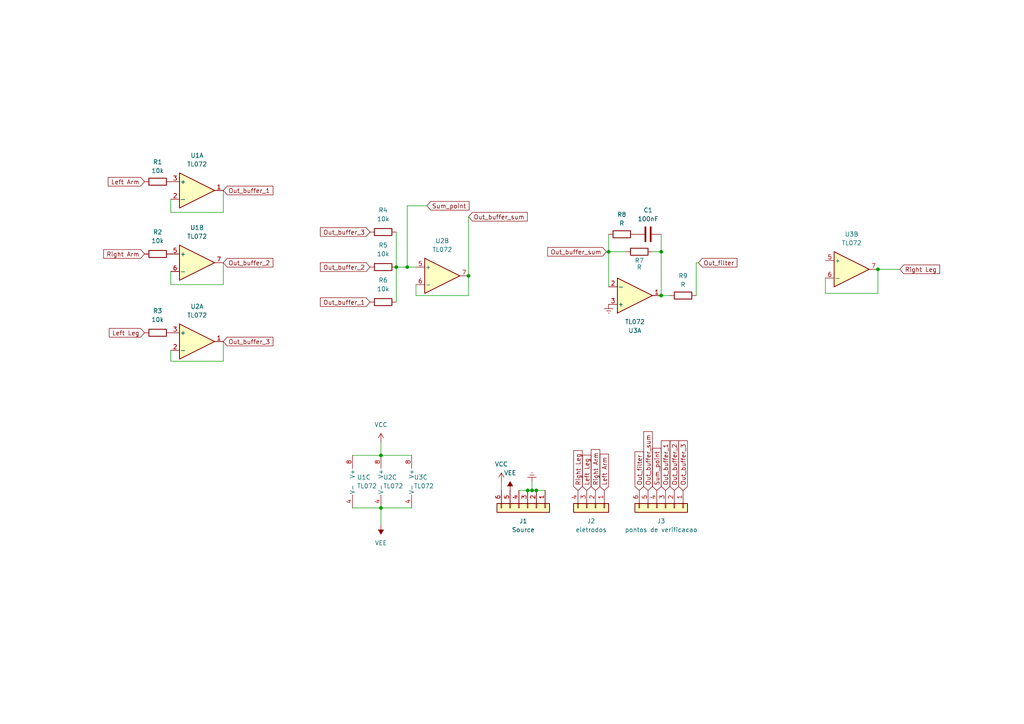
<source format=kicad_sch>
(kicad_sch (version 20230121) (generator eeschema)
  (paper "A4")
  (title_block (title "HeartLab") (date "2024-06-04") (rev "V01") (comment 1 "Gustavo Pinheiro"))
  (lib_symbols
    (symbol "Amplifier_Operational:TL072" (pin_names (offset 0.127))
      (property "Reference" "U" (at 0 5.08 0))
      (property "Value" "TL072" (at 0 -5.08 0))
      (symbol "TL072_1_1"
        (polyline (pts (xy -5.08 5.08) (xy 5.08 0) (xy -5.08 -5.08) (xy -5.08 5.08)) (stroke (width 0.254)) (fill (type background)))
        (pin output line (at 7.62 0 180) (length 2.54) (name "~") (number "1"))
        (pin input line (at -7.62 -2.54 0) (length 2.54) (name "-") (number "2"))
        (pin input line (at -7.62 2.54 0) (length 2.54) (name "+") (number "3"))
      )
      (symbol "TL072_2_1"
        (polyline (pts (xy -5.08 5.08) (xy 5.08 0) (xy -5.08 -5.08) (xy -5.08 5.08)) (stroke (width 0.254)) (fill (type background)))
        (pin input line (at -7.62 2.54 0) (length 2.54) (name "+") (number "5"))
        (pin input line (at -7.62 -2.54 0) (length 2.54) (name "-") (number "6"))
        (pin output line (at 7.62 0 180) (length 2.54) (name "~") (number "7"))
      )
      (symbol "TL072_3_1"
        (pin power_in line (at -2.54 -7.62 90) (length 3.81) (name "V-") (number "4"))
        (pin power_in line (at -2.54 7.62 270) (length 3.81) (name "V+") (number "8"))
      )
    )
    (symbol "Connector_Generic:Conn_01x04" (pin_names (offset 1.016) hide)
      (property "Reference" "J" (at 0 5.08 0))
      (property "Value" "Conn_01x04" (at 0 -7.62 0))
      (symbol "Conn_01x04_1_1"
        (rectangle (start -1.27 -4.953) (end 0 -5.207) (stroke (width 0.1524)))
        (rectangle (start -1.27 -2.413) (end 0 -2.667) (stroke (width 0.1524)))
        (rectangle (start -1.27 0.127) (end 0 -0.127) (stroke (width 0.1524)))
        (rectangle (start -1.27 2.667) (end 0 2.413) (stroke (width 0.1524)))
        (rectangle (start -1.27 3.81) (end 1.27 -6.35) (stroke (width 0.254)) (fill (type background)))
        (pin passive line (at -5.08 2.54 0) (length 3.81) (name "Pin_1") (number "1"))
        (pin passive line (at -5.08 0 0) (length 3.81) (name "Pin_2") (number "2"))
        (pin passive line (at -5.08 -2.54 0) (length 3.81) (name "Pin_3") (number "3"))
        (pin passive line (at -5.08 -5.08 0) (length 3.81) (name "Pin_4") (number "4"))
      )
    )
    (symbol "Connector_Generic:Conn_01x06" (pin_names (offset 1.016) hide)
      (property "Reference" "J" (at 0 7.62 0))
      (property "Value" "Conn_01x06" (at 0 -10.16 0))
      (symbol "Conn_01x06_1_1"
        (rectangle (start -1.27 -7.493) (end 0 -7.747) (stroke (width 0.1524)))
        (rectangle (start -1.27 -4.953) (end 0 -5.207) (stroke (width 0.1524)))
        (rectangle (start -1.27 -2.413) (end 0 -2.667) (stroke (width 0.1524)))
        (rectangle (start -1.27 0.127) (end 0 -0.127) (stroke (width 0.1524)))
        (rectangle (start -1.27 2.667) (end 0 2.413) (stroke (width 0.1524)))
        (rectangle (start -1.27 5.207) (end 0 4.953) (stroke (width 0.1524)))
        (rectangle (start -1.27 6.35) (end 1.27 -8.89) (stroke (width 0.254)) (fill (type background)))
        (pin passive line (at -5.08 5.08 0) (length 3.81) (name "Pin_1") (number "1"))
        (pin passive line (at -5.08 2.54 0) (length 3.81) (name "Pin_2") (number "2"))
        (pin passive line (at -5.08 0 0) (length 3.81) (name "Pin_3") (number "3"))
        (pin passive line (at -5.08 -2.54 0) (length 3.81) (name "Pin_4") (number "4"))
        (pin passive line (at -5.08 -5.08 0) (length 3.81) (name "Pin_5") (number "5"))
        (pin passive line (at -5.08 -7.62 0) (length 3.81) (name "Pin_6") (number "6"))
      )
    )
    (symbol "Device:C" (pin_numbers hide) (pin_names (offset 0.254))
      (property "Reference" "C" (at 0.635 2.54 0))
      (property "Value" "C" (at 0.635 -2.54 0))
      (symbol "C_0_1"
        (polyline (pts (xy -2.032 -0.762) (xy 2.032 -0.762)) (stroke (width 0.508)))
        (polyline (pts (xy -2.032 0.762) (xy 2.032 0.762)) (stroke (width 0.508)))
      )
      (symbol "C_1_1"
        (pin passive line (at 0 3.81 270) (length 2.794) (name "~") (number "1"))
        (pin passive line (at 0 -3.81 90) (length 2.794) (name "~") (number "2"))
      )
    )
    (symbol "Device:R" (pin_numbers hide) (pin_names (offset 0))
      (property "Reference" "R" (at 2.032 0 90))
      (property "Value" "R" (at 0 0 90))
      (symbol "R_0_1"
        (rectangle (start -1.016 -2.54) (end 1.016 2.54) (stroke (width 0.254)))
      )
      (symbol "R_1_1"
        (pin passive line (at 0 3.81 270) (length 1.27) (name "~") (number "1"))
        (pin passive line (at 0 -3.81 90) (length 1.27) (name "~") (number "2"))
      )
    )
    (symbol "power:Earth" (power) (pin_names (offset 0))
      (symbol "Earth_0_1"
        (polyline (pts (xy -0.635 -1.905) (xy 0.635 -1.905)))
        (polyline (pts (xy -0.127 -2.54) (xy 0.127 -2.54)))
        (polyline (pts (xy 0 -1.27) (xy 0 0)))
        (polyline (pts (xy 1.27 -1.27) (xy -1.27 -1.27)))
      )
      (symbol "Earth_1_1"
        (pin power_in line (at 0 0 270) (length 0) hide (name "Earth") (number "1"))
      )
    )
    (symbol "power:VCC" (power) (pin_names (offset 0))
      (property "Value" "VCC" (at 0 3.81 0))
      (symbol "VCC_0_1"
        (polyline (pts (xy -0.762 1.27) (xy 0 2.54)))
        (polyline (pts (xy 0 0) (xy 0 2.54)))
        (polyline (pts (xy 0 2.54) (xy 0.762 1.27)))
      )
      (symbol "VCC_1_1"
        (pin power_in line (at 0 0 90) (length 0) hide (name "VCC") (number "1"))
      )
    )
    (symbol "power:VEE" (power) (pin_names (offset 0))
      (property "Value" "VEE" (at 0 3.81 0))
      (symbol "VEE_0_1"
        (polyline (pts (xy 0 0) (xy 0 2.54)))
        (polyline (pts (xy 0.762 1.27) (xy -0.762 1.27) (xy 0 2.54) (xy 0.762 1.27)) (fill (type outline)))
      )
      (symbol "VEE_1_1"
        (pin power_in line (at 0 0 90) (length 0) hide (name "VEE") (number "1"))
      )
    )
  )
  (junction (at 191.77 85.725))
  (junction (at 191.77 73.025))
  (junction (at 118.11 77.47))
  (junction (at 114.935 77.47))
  (junction (at 110.49 132.08))
  (junction (at 176.53 73.025))
  (junction (at 154.305 142.24))
  (junction (at 153.035 142.24))
  (junction (at 155.575 142.24))
  (junction (at 110.49 147.32))
  (junction (at 254.635 78.105))
  (junction (at 135.89 80.01))
  (wire (pts (xy 64.77 82.55) (xy 64.77 76.2)))
  (wire (pts (xy 64.77 61.595) (xy 64.77 55.245)))
  (wire (pts (xy 176.53 73.025) (xy 176.53 83.185)))
  (wire (pts (xy 191.77 73.025) (xy 189.23 73.025)))
  (wire (pts (xy 114.935 87.63) (xy 114.935 77.47)))
  (wire (pts (xy 254.635 78.105) (xy 260.985 78.105)))
  (wire (pts (xy 49.53 104.775) (xy 49.53 101.6)))
  (wire (pts (xy 120.65 85.725) (xy 135.89 85.725)))
  (wire (pts (xy 154.305 142.24) (xy 153.035 142.24)))
  (wire (pts (xy 176.53 73.025) (xy 176.53 67.945)))
  (wire (pts (xy 49.53 82.55) (xy 64.77 82.55)))
  (wire (pts (xy 154.305 142.24) (xy 155.575 142.24)))
  (wire (pts (xy 114.935 77.47) (xy 114.935 67.31)))
  (wire (pts (xy 118.11 77.47) (xy 120.65 77.47)))
  (wire (pts (xy 194.31 85.725) (xy 191.77 85.725)))
  (wire (pts (xy 120.65 85.725) (xy 120.65 82.55)))
  (wire (pts (xy 102.235 147.32) (xy 110.49 147.32)))
  (wire (pts (xy 110.49 132.08) (xy 119.38 132.08)))
  (wire (pts (xy 254.635 85.09) (xy 254.635 78.105)))
  (wire (pts (xy 154.305 139.7) (xy 154.305 142.24)))
  (wire (pts (xy 49.53 61.595) (xy 64.77 61.595)))
  (wire (pts (xy 201.93 76.2) (xy 201.93 85.725)))
  (wire (pts (xy 181.61 73.025) (xy 176.53 73.025)))
  (wire (pts (xy 145.415 139.7) (xy 145.415 142.24)))
  (wire (pts (xy 239.395 85.09) (xy 239.395 80.645)))
  (wire (pts (xy 135.89 85.725) (xy 135.89 80.01)))
  (wire (pts (xy 191.77 73.025) (xy 191.77 85.725)))
  (wire (pts (xy 114.935 77.47) (xy 118.11 77.47)))
  (wire (pts (xy 191.77 67.945) (xy 191.77 73.025)))
  (wire (pts (xy 155.575 142.24) (xy 158.115 142.24)))
  (wire (pts (xy 150.495 142.24) (xy 153.035 142.24)))
  (wire (pts (xy 110.49 147.32) (xy 110.49 152.4)))
  (wire (pts (xy 110.49 128.27) (xy 110.49 132.08)))
  (wire (pts (xy 135.89 62.865) (xy 135.89 80.01)))
  (wire (pts (xy 49.53 61.595) (xy 49.53 57.785)))
  (wire (pts (xy 123.825 59.69) (xy 118.11 59.69)))
  (wire (pts (xy 64.77 104.775) (xy 49.53 104.775)))
  (wire (pts (xy 49.53 82.55) (xy 49.53 78.74)))
  (wire (pts (xy 118.11 59.69) (xy 118.11 77.47)))
  (wire (pts (xy 239.395 85.09) (xy 254.635 85.09)))
  (wire (pts (xy 175.895 73.025) (xy 176.53 73.025)))
  (wire (pts (xy 64.77 104.775) (xy 64.77 99.06)))
  (wire (pts (xy 110.49 147.32) (xy 119.38 147.32)))
  (wire (pts (xy 102.235 132.08) (xy 110.49 132.08)))
  (wire (pts (xy 202.565 76.2) (xy 201.93 76.2)))
  (global_label "Out_buffer_2" (shape input) (at 64.77 76.2 0) (property "Intersheetrefs" "${INTERSHEET_REFS}" (effects hide)))
  (global_label "Out_filter" (shape input) (at 185.42 142.24 90) (property "Intersheetrefs" "${INTERSHEET_REFS}" (effects hide)))
  (global_label "Out_buffer_2" (shape input) (at 107.315 77.47 180) (property "Intersheetrefs" "${INTERSHEET_REFS}" (effects hide)))
  (global_label "Out_buffer_1" (shape input) (at 64.77 55.245 0) (property "Intersheetrefs" "${INTERSHEET_REFS}" (effects hide)))
  (global_label "Out_buffer_sum" (shape input) (at 187.96 142.24 90) (property "Intersheetrefs" "${INTERSHEET_REFS}" (effects hide)))
  (global_label "Left Leg" (shape input) (at 170.18 142.24 90) (property "Intersheetrefs" "${INTERSHEET_REFS}" (effects hide)))
  (global_label "Right Leg" (shape input) (at 167.64 142.24 90) (property "Intersheetrefs" "${INTERSHEET_REFS}" (effects hide)))
  (global_label "Left Arm" (shape input) (at 175.26 142.24 90) (property "Intersheetrefs" "${INTERSHEET_REFS}" (effects hide)))
  (global_label "Left Leg" (shape input) (at 41.91 96.52 180) (property "Intersheetrefs" "${INTERSHEET_REFS}" (effects hide)))
  (global_label "Out_buffer_2" (shape input) (at 195.58 142.24 90) (property "Intersheetrefs" "${INTERSHEET_REFS}" (effects hide)))
  (global_label "Out_buffer_1" (shape input) (at 107.315 87.63 180) (property "Intersheetrefs" "${INTERSHEET_REFS}" (effects hide)))
  (global_label "Right Leg" (shape input) (at 260.985 78.105 0) (property "Intersheetrefs" "${INTERSHEET_REFS}" (effects hide)))
  (global_label "Sum_point" (shape input) (at 190.5 142.24 90) (property "Intersheetrefs" "${INTERSHEET_REFS}" (effects hide)))
  (global_label "Sum_point" (shape input) (at 123.825 59.69 0) (property "Intersheetrefs" "${INTERSHEET_REFS}" (effects hide)))
  (global_label "Right Arm" (shape input) (at 172.72 142.24 90) (property "Intersheetrefs" "${INTERSHEET_REFS}" (effects hide)))
  (global_label "Out_filter" (shape input) (at 202.565 76.2 0) (property "Intersheetrefs" "${INTERSHEET_REFS}" (effects hide)))
  (global_label "Out_buffer_1" (shape input) (at 193.04 142.24 90) (property "Intersheetrefs" "${INTERSHEET_REFS}" (effects hide)))
  (global_label "Out_buffer_3" (shape input) (at 64.77 99.06 0) (property "Intersheetrefs" "${INTERSHEET_REFS}" (effects hide)))
  (global_label "Out_buffer_3" (shape input) (at 198.12 142.24 90) (property "Intersheetrefs" "${INTERSHEET_REFS}" (effects hide)))
  (global_label "Out_buffer_3" (shape input) (at 107.315 67.31 180) (property "Intersheetrefs" "${INTERSHEET_REFS}" (effects hide)))
  (global_label "Out_buffer_sum" (shape input) (at 135.89 62.865 0) (property "Intersheetrefs" "${INTERSHEET_REFS}" (effects hide)))
  (global_label "Left Arm" (shape input) (at 41.91 52.705 180) (property "Intersheetrefs" "${INTERSHEET_REFS}" (effects hide)))
  (global_label "Right Arm" (shape input) (at 41.91 73.66 180) (property "Intersheetrefs" "${INTERSHEET_REFS}" (effects hide)))
  (global_label "Out_buffer_sum" (shape input) (at 175.895 73.025 180) (property "Intersheetrefs" "${INTERSHEET_REFS}" (effects hide)))
  (symbol (lib_id "Amplifier_Operational:TL072") (at 128.27 80.01 0) (unit 2)
    (property "Reference" "U2" (at 128.27 69.85 0))
    (property "Value" "TL072" (at 128.27 72.39 0))
    (property "Footprint" "TL072:P8" (effects hide))
    (property "Datasheet" "http://www.ti.com/lit/ds/symlink/tl071.pdf" (effects hide))
  )
  (symbol (lib_id "Device:R") (at 180.34 67.945 270) (unit 1)
    (property "Reference" "R8" (at 180.34 62.23 90))
    (property "Value" "R" (at 180.34 64.77 90))
    (property "Footprint" "Resistor_THT:R_Axial_DIN0207_L6.3mm_D2.5mm_P7.62mm_Horizontal" (effects hide))
  )
  (symbol (lib_id "Device:R") (at 45.72 73.66 270) (unit 1)
    (property "Reference" "R2" (at 45.72 67.31 90))
    (property "Value" "10k" (at 45.72 69.85 90))
    (property "Footprint" "Resistor_THT:R_Axial_DIN0207_L6.3mm_D2.5mm_P7.62mm_Horizontal" (effects hide))
  )
  (symbol (lib_id "Amplifier_Operational:TL072") (at 184.15 85.725 0) (mirror x) (unit 1)
    (property "Reference" "U3" (at 184.15 95.885 0))
    (property "Value" "TL072" (at 184.15 93.345 0))
    (property "Footprint" "TL072:P8" (effects hide))
    (property "Datasheet" "http://www.ti.com/lit/ds/symlink/tl071.pdf" (effects hide))
  )
  (symbol (lib_id "Device:R") (at 111.125 67.31 270) (unit 1)
    (property "Reference" "R4" (at 111.125 60.96 90))
    (property "Value" "10k" (at 111.125 63.5 90))
    (property "Footprint" "Resistor_THT:R_Axial_DIN0207_L6.3mm_D2.5mm_P7.62mm_Horizontal" (effects hide))
  )
  (symbol (lib_id "Amplifier_Operational:TL072") (at 104.775 139.7 0) (unit 3)
    (property "Reference" "U1" (at 103.505 138.43 0) (effects (justify left)))
    (property "Value" "TL072" (at 103.505 140.97 0) (effects (justify left)))
    (property "Footprint" "TL072:P8" (effects hide))
    (property "Datasheet" "http://www.ti.com/lit/ds/symlink/tl071.pdf" (effects hide))
  )
  (symbol (lib_id "Device:C") (at 187.96 67.945 270) (unit 1)
    (property "Reference" "C1" (at 187.96 60.96 90))
    (property "Value" "100nF" (at 187.96 63.5 90))
    (property "Footprint" "Capacitor_THT:C_Disc_D3.0mm_W1.6mm_P2.50mm" (effects hide))
  )
  (symbol (lib_id "power:VCC") (at 145.415 139.7 0) (unit 1)
    (property "Reference" "#PWR011" (effects hide))
    (property "Value" "VCC" (at 145.415 134.62 0))
  )
  (symbol (lib_id "power:Earth") (at 154.305 139.7 180) (unit 1)
    (property "Reference" "#PWR013" (effects hide))
    (property "Value" "Earth" (effects hide))
  )
  (symbol (lib_id "Device:R") (at 185.42 73.025 270) (unit 1)
    (property "Reference" "R7" (at 185.42 75.565 90))
    (property "Value" "R" (at 185.42 77.47 90))
    (property "Footprint" "Resistor_THT:R_Axial_DIN0207_L6.3mm_D2.5mm_P7.62mm_Horizontal" (effects hide))
  )
  (symbol (lib_id "power:VCC") (at 110.49 128.27 0) (unit 1)
    (property "Reference" "#PWR010" (effects hide))
    (property "Value" "VCC" (at 110.49 123.19 0))
  )
  (symbol (lib_id "power:VEE") (at 110.49 152.4 180) (unit 1)
    (property "Reference" "#PWR09" (effects hide))
    (property "Value" "VEE" (at 110.49 157.48 0))
  )
  (symbol (lib_id "Connector_Generic:Conn_01x06") (at 153.035 147.32 270) (unit 1)
    (property "Reference" "J1" (at 151.765 151.13 90))
    (property "Value" "Source" (at 151.765 153.67 90))
    (property "Footprint" "Connector_PinHeader_2.54mm:PinHeader_1x06_P2.54mm_Vertical" (effects hide))
  )
  (symbol (lib_id "power:VEE") (at 147.955 142.24 0) (unit 1)
    (property "Reference" "#PWR012" (effects hide))
    (property "Value" "VEE" (at 147.955 137.16 0))
  )
  (symbol (lib_id "power:Earth") (at 176.53 88.265 0) (unit 1)
    (property "Reference" "#PWR08" (effects hide))
    (property "Value" "Earth" (effects hide))
  )
  (symbol (lib_id "Device:R") (at 111.125 77.47 270) (unit 1)
    (property "Reference" "R5" (at 111.125 71.12 90))
    (property "Value" "10k" (at 111.125 73.66 90))
    (property "Footprint" "Resistor_THT:R_Axial_DIN0207_L6.3mm_D2.5mm_P7.62mm_Horizontal" (effects hide))
  )
  (symbol (lib_id "Device:R") (at 45.72 96.52 90) (unit 1)
    (property "Reference" "R3" (at 45.72 90.17 90))
    (property "Value" "10k" (at 45.72 92.71 90))
    (property "Footprint" "Resistor_THT:R_Axial_DIN0207_L6.3mm_D2.5mm_P7.62mm_Horizontal" (effects hide))
  )
  (symbol (lib_id "Connector_Generic:Conn_01x04") (at 172.72 147.32 270) (unit 1)
    (property "Reference" "J2" (at 171.45 151.13 90))
    (property "Value" "eletrodos" (at 171.45 153.67 90))
    (property "Footprint" "Connector_PinHeader_2.54mm:PinHeader_1x04_P2.54mm_Vertical" (effects hide))
  )
  (symbol (lib_id "Amplifier_Operational:TL072") (at 57.15 55.245 0) (unit 1)
    (property "Reference" "U1" (at 57.15 45.085 0))
    (property "Value" "TL072" (at 57.15 47.625 0))
    (property "Footprint" "TL072:P8" (effects hide))
    (property "Datasheet" "http://www.ti.com/lit/ds/symlink/tl071.pdf" (effects hide))
  )
  (symbol (lib_id "Amplifier_Operational:TL072") (at 121.92 139.7 0) (unit 3)
    (property "Reference" "U3" (at 120.015 138.43 0) (effects (justify left)))
    (property "Value" "TL072" (at 120.015 140.97 0) (effects (justify left)))
    (property "Footprint" "TL072:P8" (effects hide))
    (property "Datasheet" "http://www.ti.com/lit/ds/symlink/tl071.pdf" (effects hide))
  )
  (symbol (lib_id "Connector_Generic:Conn_01x06") (at 193.04 147.32 270) (unit 1)
    (property "Reference" "J3" (at 191.77 151.13 90))
    (property "Value" "pontos de verificacao" (at 191.77 153.67 90))
    (property "Footprint" "Connector_PinHeader_2.54mm:PinHeader_1x06_P2.54mm_Vertical" (effects hide))
  )
  (symbol (lib_id "Device:R") (at 111.125 87.63 270) (unit 1)
    (property "Reference" "R6" (at 111.125 81.28 90))
    (property "Value" "10k" (at 111.125 83.82 90))
    (property "Footprint" "Resistor_THT:R_Axial_DIN0207_L6.3mm_D2.5mm_P7.62mm_Horizontal" (effects hide))
  )
  (symbol (lib_id "Device:R") (at 45.72 52.705 90) (unit 1)
    (property "Reference" "R1" (at 45.72 46.99 90))
    (property "Value" "10k" (at 45.72 49.53 90))
    (property "Footprint" "Resistor_THT:R_Axial_DIN0207_L6.3mm_D2.5mm_P7.62mm_Horizontal" (effects hide))
  )
  (symbol (lib_id "Device:R") (at 198.12 85.725 90) (unit 1)
    (property "Reference" "R9" (at 198.12 80.01 90))
    (property "Value" "R" (at 198.12 82.55 90))
    (property "Footprint" "Resistor_THT:R_Axial_DIN0207_L6.3mm_D2.5mm_P7.62mm_Horizontal" (effects hide))
  )
  (symbol (lib_id "Amplifier_Operational:TL072") (at 57.15 99.06 0) (unit 1)
    (property "Reference" "U2" (at 57.15 88.9 0))
    (property "Value" "TL072" (at 57.15 91.44 0))
    (property "Footprint" "TL072:P8" (effects hide))
    (property "Datasheet" "http://www.ti.com/lit/ds/symlink/tl071.pdf" (effects hide))
  )
  (symbol (lib_id "Amplifier_Operational:TL072") (at 247.015 78.105 0) (unit 2)
    (property "Reference" "U3" (at 247.015 67.945 0))
    (property "Value" "TL072" (at 247.015 70.485 0))
    (property "Footprint" "TL072:P8" (effects hide))
    (property "Datasheet" "http://www.ti.com/lit/ds/symlink/tl071.pdf" (effects hide))
  )
  (symbol (lib_id "Amplifier_Operational:TL072") (at 113.03 139.7 0) (unit 3)
    (property "Reference" "U2" (at 111.125 138.43 0) (effects (justify left)))
    (property "Value" "TL072" (at 111.125 140.97 0) (effects (justify left)))
    (property "Footprint" "TL072:P8" (effects hide))
    (property "Datasheet" "http://www.ti.com/lit/ds/symlink/tl071.pdf" (effects hide))
  )
  (symbol (lib_id "Amplifier_Operational:TL072") (at 57.15 76.2 0) (unit 2)
    (property "Reference" "U1" (at 57.15 66.04 0))
    (property "Value" "TL072" (at 57.15 68.58 0))
    (property "Footprint" "TL072:P8" (effects hide))
    (property "Datasheet" "http://www.ti.com/lit/ds/symlink/tl071.pdf" (effects hide))
  )
)
</source>
